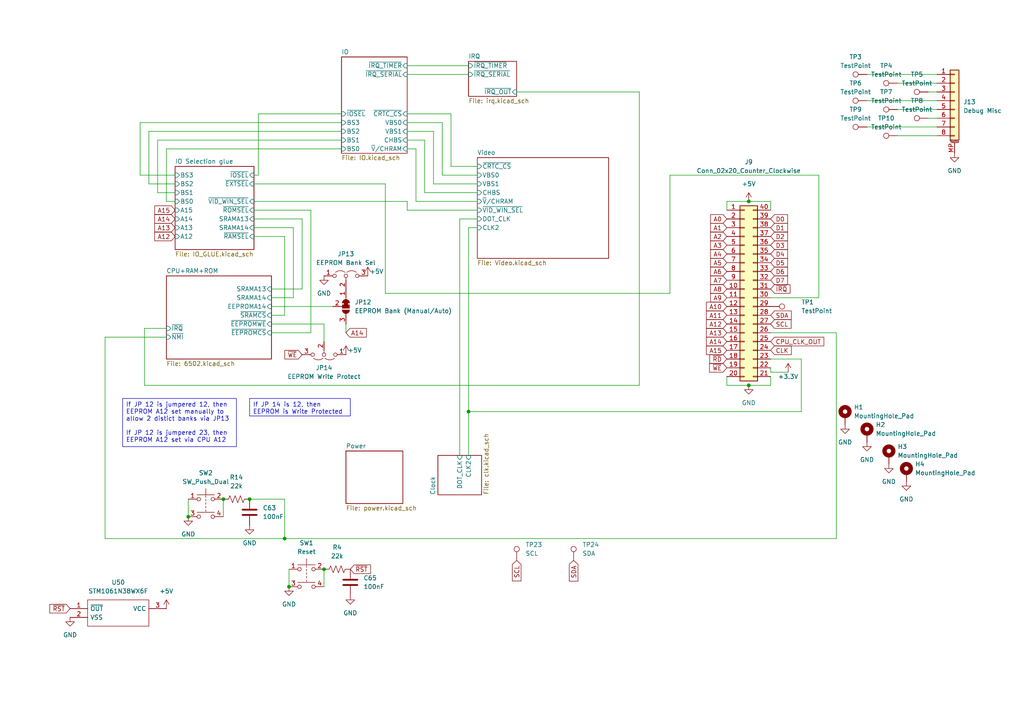
<source format=kicad_sch>
(kicad_sch (version 20230121) (generator eeschema)
  (paper "A4")
  (lib_symbols
    (symbol "Connector:TestPoint" (pin_numbers hide) (pin_names (offset 0.762) hide)
      (property "Reference" "TP" (at 0 6.858 0))
      (property "Value" "TestPoint" (at 0 5.08 0))
      (symbol "TestPoint_0_1"
        (circle (center 0 3.302) (radius 0.762))
      )
      (symbol "TestPoint_1_1"
        (pin passive line (at 0 0 90) (length 2.54) (name "1") (number "1"))
      )
    )
    (symbol "Connector_Generic:Conn_02x20_Counter_Clockwise" (pin_names (offset 1.016) hide)
      (property "Reference" "J" (at 1.27 25.4 0))
      (property "Value" "Conn_02x20_Counter_Clockwise" (at 1.27 -27.94 0))
      (symbol "Conn_02x20_Counter_Clockwise_1_1"
        (rectangle (start -1.27 -25.273) (end 0 -25.527) (stroke (width 0.1524)))
        (rectangle (start -1.27 -22.733) (end 0 -22.987) (stroke (width 0.1524)))
        (rectangle (start -1.27 -20.193) (end 0 -20.447) (stroke (width 0.1524)))
        (rectangle (start -1.27 -17.653) (end 0 -17.907) (stroke (width 0.1524)))
        (rectangle (start -1.27 -15.113) (end 0 -15.367) (stroke (width 0.1524)))
        (rectangle (start -1.27 -12.573) (end 0 -12.827) (stroke (width 0.1524)))
        (rectangle (start -1.27 -10.033) (end 0 -10.287) (stroke (width 0.1524)))
        (rectangle (start -1.27 -7.493) (end 0 -7.747) (stroke (width 0.1524)))
        (rectangle (start -1.27 -4.953) (end 0 -5.207) (stroke (width 0.1524)))
        (rectangle (start -1.27 -2.413) (end 0 -2.667) (stroke (width 0.1524)))
        (rectangle (start -1.27 0.127) (end 0 -0.127) (stroke (width 0.1524)))
        (rectangle (start -1.27 2.667) (end 0 2.413) (stroke (width 0.1524)))
        (rectangle (start -1.27 5.207) (end 0 4.953) (stroke (width 0.1524)))
        (rectangle (start -1.27 7.747) (end 0 7.493) (stroke (width 0.1524)))
        (rectangle (start -1.27 10.287) (end 0 10.033) (stroke (width 0.1524)))
        (rectangle (start -1.27 12.827) (end 0 12.573) (stroke (width 0.1524)))
        (rectangle (start -1.27 15.367) (end 0 15.113) (stroke (width 0.1524)))
        (rectangle (start -1.27 17.907) (end 0 17.653) (stroke (width 0.1524)))
        (rectangle (start -1.27 20.447) (end 0 20.193) (stroke (width 0.1524)))
        (rectangle (start -1.27 22.987) (end 0 22.733) (stroke (width 0.1524)))
        (rectangle (start -1.27 24.13) (end 3.81 -26.67) (stroke (width 0.254)) (fill (type background)))
        (rectangle (start 3.81 -25.273) (end 2.54 -25.527) (stroke (width 0.1524)))
        (rectangle (start 3.81 -22.733) (end 2.54 -22.987) (stroke (width 0.1524)))
        (rectangle (start 3.81 -20.193) (end 2.54 -20.447) (stroke (width 0.1524)))
        (rectangle (start 3.81 -17.653) (end 2.54 -17.907) (stroke (width 0.1524)))
        (rectangle (start 3.81 -15.113) (end 2.54 -15.367) (stroke (width 0.1524)))
        (rectangle (start 3.81 -12.573) (end 2.54 -12.827) (stroke (width 0.1524)))
        (rectangle (start 3.81 -10.033) (end 2.54 -10.287) (stroke (width 0.1524)))
        (rectangle (start 3.81 -7.493) (end 2.54 -7.747) (stroke (width 0.1524)))
        (rectangle (start 3.81 -4.953) (end 2.54 -5.207) (stroke (width 0.1524)))
        (rectangle (start 3.81 -2.413) (end 2.54 -2.667) (stroke (width 0.1524)))
        (rectangle (start 3.81 0.127) (end 2.54 -0.127) (stroke (width 0.1524)))
        (rectangle (start 3.81 2.667) (end 2.54 2.413) (stroke (width 0.1524)))
        (rectangle (start 3.81 5.207) (end 2.54 4.953) (stroke (width 0.1524)))
        (rectangle (start 3.81 7.747) (end 2.54 7.493) (stroke (width 0.1524)))
        (rectangle (start 3.81 10.287) (end 2.54 10.033) (stroke (width 0.1524)))
        (rectangle (start 3.81 12.827) (end 2.54 12.573) (stroke (width 0.1524)))
        (rectangle (start 3.81 15.367) (end 2.54 15.113) (stroke (width 0.1524)))
        (rectangle (start 3.81 17.907) (end 2.54 17.653) (stroke (width 0.1524)))
        (rectangle (start 3.81 20.447) (end 2.54 20.193) (stroke (width 0.1524)))
        (rectangle (start 3.81 22.987) (end 2.54 22.733) (stroke (width 0.1524)))
        (pin passive line (at -5.08 22.86 0) (length 3.81) (name "Pin_1") (number "1"))
        (pin passive line (at -5.08 0 0) (length 3.81) (name "Pin_10") (number "10"))
        (pin passive line (at -5.08 -2.54 0) (length 3.81) (name "Pin_11") (number "11"))
        (pin passive line (at -5.08 -5.08 0) (length 3.81) (name "Pin_12") (number "12"))
        (pin passive line (at -5.08 -7.62 0) (length 3.81) (name "Pin_13") (number "13"))
        (pin passive line (at -5.08 -10.16 0) (length 3.81) (name "Pin_14") (number "14"))
        (pin passive line (at -5.08 -12.7 0) (length 3.81) (name "Pin_15") (number "15"))
        (pin passive line (at -5.08 -15.24 0) (length 3.81) (name "Pin_16") (number "16"))
        (pin passive line (at -5.08 -17.78 0) (length 3.81) (name "Pin_17") (number "17"))
        (pin passive line (at -5.08 -20.32 0) (length 3.81) (name "Pin_18") (number "18"))
        (pin passive line (at -5.08 -22.86 0) (length 3.81) (name "Pin_19") (number "19"))
        (pin passive line (at -5.08 20.32 0) (length 3.81) (name "Pin_2") (number "2"))
        (pin passive line (at -5.08 -25.4 0) (length 3.81) (name "Pin_20") (number "20"))
        (pin passive line (at 7.62 -25.4 180) (length 3.81) (name "Pin_21") (number "21"))
        (pin passive line (at 7.62 -22.86 180) (length 3.81) (name "Pin_22") (number "22"))
        (pin passive line (at 7.62 -20.32 180) (length 3.81) (name "Pin_23") (number "23"))
        (pin passive line (at 7.62 -17.78 180) (length 3.81) (name "Pin_24") (number "24"))
        (pin passive line (at 7.62 -15.24 180) (length 3.81) (name "Pin_25") (number "25"))
        (pin passive line (at 7.62 -12.7 180) (length 3.81) (name "Pin_26") (number "26"))
        (pin passive line (at 7.62 -10.16 180) (length 3.81) (name "Pin_27") (number "27"))
        (pin passive line (at 7.62 -7.62 180) (length 3.81) (name "Pin_28") (number "28"))
        (pin passive line (at 7.62 -5.08 180) (length 3.81) (name "Pin_29") (number "29"))
        (pin passive line (at -5.08 17.78 0) (length 3.81) (name "Pin_3") (number "3"))
        (pin passive line (at 7.62 -2.54 180) (length 3.81) (name "Pin_30") (number "30"))
        (pin passive line (at 7.62 0 180) (length 3.81) (name "Pin_31") (number "31"))
        (pin passive line (at 7.62 2.54 180) (length 3.81) (name "Pin_32") (number "32"))
        (pin passive line (at 7.62 5.08 180) (length 3.81) (name "Pin_33") (number "33"))
        (pin passive line (at 7.62 7.62 180) (length 3.81) (name "Pin_34") (number "34"))
        (pin passive line (at 7.62 10.16 180) (length 3.81) (name "Pin_35") (number "35"))
        (pin passive line (at 7.62 12.7 180) (length 3.81) (name "Pin_36") (number "36"))
        (pin passive line (at 7.62 15.24 180) (length 3.81) (name "Pin_37") (number "37"))
        (pin passive line (at 7.62 17.78 180) (length 3.81) (name "Pin_38") (number "38"))
        (pin passive line (at 7.62 20.32 180) (length 3.81) (name "Pin_39") (number "39"))
        (pin passive line (at -5.08 15.24 0) (length 3.81) (name "Pin_4") (number "4"))
        (pin passive line (at 7.62 22.86 180) (length 3.81) (name "Pin_40") (number "40"))
        (pin passive line (at -5.08 12.7 0) (length 3.81) (name "Pin_5") (number "5"))
        (pin passive line (at -5.08 10.16 0) (length 3.81) (name "Pin_6") (number "6"))
        (pin passive line (at -5.08 7.62 0) (length 3.81) (name "Pin_7") (number "7"))
        (pin passive line (at -5.08 5.08 0) (length 3.81) (name "Pin_8") (number "8"))
        (pin passive line (at -5.08 2.54 0) (length 3.81) (name "Pin_9") (number "9"))
      )
    )
    (symbol "Connector_Generic_MountingPin:Conn_01x08_MountingPin" (pin_names (offset 1.016) hide)
      (property "Reference" "J" (at 0 10.16 0))
      (property "Value" "Conn_01x08_MountingPin" (at 1.27 -12.7 0))
      (symbol "Conn_01x08_MountingPin_1_1"
        (rectangle (start -1.27 -10.033) (end 0 -10.287) (stroke (width 0.1524)))
        (rectangle (start -1.27 -7.493) (end 0 -7.747) (stroke (width 0.1524)))
        (rectangle (start -1.27 -4.953) (end 0 -5.207) (stroke (width 0.1524)))
        (rectangle (start -1.27 -2.413) (end 0 -2.667) (stroke (width 0.1524)))
        (rectangle (start -1.27 0.127) (end 0 -0.127) (stroke (width 0.1524)))
        (rectangle (start -1.27 2.667) (end 0 2.413) (stroke (width 0.1524)))
        (rectangle (start -1.27 5.207) (end 0 4.953) (stroke (width 0.1524)))
        (rectangle (start -1.27 7.747) (end 0 7.493) (stroke (width 0.1524)))
        (rectangle (start -1.27 8.89) (end 1.27 -11.43) (stroke (width 0.254)) (fill (type background)))
        (polyline (pts (xy -1.016 -12.192) (xy 1.016 -12.192)) (stroke (width 0.1524)))
        (text "Mounting" (at 0 -11.811 0) (effects (font (size 0.381 0.381))))
        (pin passive line (at -5.08 7.62 0) (length 3.81) (name "Pin_1") (number "1"))
        (pin passive line (at -5.08 5.08 0) (length 3.81) (name "Pin_2") (number "2"))
        (pin passive line (at -5.08 2.54 0) (length 3.81) (name "Pin_3") (number "3"))
        (pin passive line (at -5.08 0 0) (length 3.81) (name "Pin_4") (number "4"))
        (pin passive line (at -5.08 -2.54 0) (length 3.81) (name "Pin_5") (number "5"))
        (pin passive line (at -5.08 -5.08 0) (length 3.81) (name "Pin_6") (number "6"))
        (pin passive line (at -5.08 -7.62 0) (length 3.81) (name "Pin_7") (number "7"))
        (pin passive line (at -5.08 -10.16 0) (length 3.81) (name "Pin_8") (number "8"))
        (pin passive line (at 0 -15.24 90) (length 3.048) (name "MountPin") (number "MP"))
      )
    )
    (symbol "Device:C" (pin_numbers hide) (pin_names (offset 0.254))
      (property "Reference" "C" (at 0.635 2.54 0))
      (property "Value" "C" (at 0.635 -2.54 0))
      (symbol "C_0_1"
        (polyline (pts (xy -2.032 -0.762) (xy 2.032 -0.762)) (stroke (width 0.508)))
        (polyline (pts (xy -2.032 0.762) (xy 2.032 0.762)) (stroke (width 0.508)))
      )
      (symbol "C_1_1"
        (pin passive line (at 0 3.81 270) (length 2.794) (name "~") (number "1"))
        (pin passive line (at 0 -3.81 90) (length 2.794) (name "~") (number "2"))
      )
    )
    (symbol "Device:R_US" (pin_numbers hide) (pin_names (offset 0))
      (property "Reference" "R" (at 2.54 0 90))
      (property "Value" "R_US" (at -2.54 0 90))
      (symbol "R_US_0_1"
        (polyline (pts (xy 0 -2.286) (xy 0 -2.54)))
        (polyline (pts (xy 0 2.286) (xy 0 2.54)))
        (polyline (pts (xy 0 -0.762) (xy 1.016 -1.143) (xy 0 -1.524) (xy -1.016 -1.905) (xy 0 -2.286)))
        (polyline (pts (xy 0 0.762) (xy 1.016 0.381) (xy 0 0) (xy -1.016 -0.381) (xy 0 -0.762)))
        (polyline (pts (xy 0 2.286) (xy 1.016 1.905) (xy 0 1.524) (xy -1.016 1.143) (xy 0 0.762)))
      )
      (symbol "R_US_1_1"
        (pin passive line (at 0 3.81 270) (length 1.27) (name "~") (number "1"))
        (pin passive line (at 0 -3.81 90) (length 1.27) (name "~") (number "2"))
      )
    )
    (symbol "Jumper:Jumper_3_Open" (pin_names (offset 0) hide)
      (property "Reference" "JP" (at -2.54 -2.54 0))
      (property "Value" "Jumper_3_Open" (at 0 2.794 0))
      (symbol "Jumper_3_Open_0_0"
        (circle (center -3.302 0) (radius 0.508))
        (circle (center 0 0) (radius 0.508))
        (circle (center 3.302 0) (radius 0.508))
      )
      (symbol "Jumper_3_Open_0_1"
        (arc (start -0.254 1.016) (mid -1.651 1.4992) (end -3.048 1.016))
        (polyline (pts (xy 0 -0.508) (xy 0 -1.27)))
        (arc (start 3.048 1.016) (mid 1.651 1.4992) (end 0.254 1.016))
      )
      (symbol "Jumper_3_Open_1_1"
        (pin passive line (at -6.35 0 0) (length 2.54) (name "A") (number "1"))
        (pin passive line (at 0 -3.81 90) (length 2.54) (name "C") (number "2"))
        (pin passive line (at 6.35 0 180) (length 2.54) (name "B") (number "3"))
      )
    )
    (symbol "Jumper:SolderJumper_3_Bridged12" (pin_names (offset 0) hide)
      (property "Reference" "JP" (at -2.54 -2.54 0))
      (property "Value" "SolderJumper_3_Bridged12" (at 0 2.794 0))
      (symbol "SolderJumper_3_Bridged12_0_1"
        (rectangle (start -1.016 0.508) (end -0.508 -0.508) (fill (type outline)))
        (arc (start -1.016 1.016) (mid -2.0276 0) (end -1.016 -1.016))
        (arc (start -1.016 1.016) (mid -2.0276 0) (end -1.016 -1.016) (fill (type outline)))
        (rectangle (start -0.508 1.016) (end 0.508 -1.016) (fill (type outline)))
        (polyline (pts (xy -2.54 0) (xy -2.032 0)))
        (polyline (pts (xy -1.016 1.016) (xy -1.016 -1.016)))
        (polyline (pts (xy 0 -1.27) (xy 0 -1.016)))
        (polyline (pts (xy 1.016 1.016) (xy 1.016 -1.016)))
        (polyline (pts (xy 2.54 0) (xy 2.032 0)))
        (arc (start 1.016 -1.016) (mid 2.0276 0) (end 1.016 1.016))
        (arc (start 1.016 -1.016) (mid 2.0276 0) (end 1.016 1.016) (fill (type outline)))
      )
      (symbol "SolderJumper_3_Bridged12_1_1"
        (pin passive line (at -5.08 0 0) (length 2.54) (name "A") (number "1"))
        (pin passive line (at 0 -3.81 90) (length 2.54) (name "C") (number "2"))
        (pin passive line (at 5.08 0 180) (length 2.54) (name "B") (number "3"))
      )
    )
    (symbol "Mechanical:MountingHole_Pad" (pin_numbers hide) (pin_names (offset 1.016) hide)
      (property "Reference" "H" (at 0 6.35 0))
      (property "Value" "MountingHole_Pad" (at 0 4.445 0))
      (symbol "MountingHole_Pad_0_1"
        (circle (center 0 1.27) (radius 1.27) (stroke (width 1.27)))
      )
      (symbol "MountingHole_Pad_1_1"
        (pin input line (at 0 -2.54 90) (length 2.54) (name "1") (number "1"))
      )
    )
    (symbol "SamacSys_Parts:STM1061N38WX6F" (pin_names (offset 0.762))
      (property "Reference" "IC" (at 24.13 7.62 0))
      (property "Value" "STM1061N38WX6F" (at 24.13 5.08 0))
      (symbol "STM1061N38WX6F_0_0"
        (pin output line (at 0 0 0) (length 5.08) (name "~{OUT}") (number "1"))
        (pin power_in line (at 0 -2.54 0) (length 5.08) (name "VSS") (number "2"))
        (pin power_in line (at 27.94 0 180) (length 5.08) (name "VCC") (number "3"))
      )
      (symbol "STM1061N38WX6F_0_1"
        (polyline (pts (xy 5.08 2.54) (xy 22.86 2.54) (xy 22.86 -5.08) (xy 5.08 -5.08) (xy 5.08 2.54)) (stroke (width 0.1524)))
      )
    )
    (symbol "Switch:SW_Push_Dual" (pin_names (offset 1.016) hide)
      (property "Reference" "SW" (at 1.27 2.54 0))
      (property "Value" "SW_Push_Dual" (at 0 -6.858 0))
      (symbol "SW_Push_Dual_0_1"
        (circle (center -2.032 -5.08) (radius 0.508))
        (circle (center -2.032 0) (radius 0.508))
        (polyline (pts (xy 0 -3.048) (xy 0 -3.556)))
        (polyline (pts (xy 0 -2.032) (xy 0 -2.54)))
        (polyline (pts (xy 0 -1.524) (xy 0 -1.016)))
        (polyline (pts (xy 0 -0.508) (xy 0 0)))
        (polyline (pts (xy 0 0.508) (xy 0 1.016)))
        (polyline (pts (xy 0 1.27) (xy 0 3.048)))
        (polyline (pts (xy 2.54 -3.81) (xy -2.54 -3.81)))
        (polyline (pts (xy 2.54 1.27) (xy -2.54 1.27)))
        (circle (center 2.032 -5.08) (radius 0.508))
        (circle (center 2.032 0) (radius 0.508))
        (pin passive line (at -5.08 0 0) (length 2.54) (name "1") (number "1"))
        (pin passive line (at 5.08 0 180) (length 2.54) (name "2") (number "2"))
        (pin passive line (at -5.08 -5.08 0) (length 2.54) (name "3") (number "3"))
        (pin passive line (at 5.08 -5.08 180) (length 2.54) (name "4") (number "4"))
      )
    )
    (symbol "power:+3.3V" (power) (pin_names (offset 0))
      (property "Value" "+3.3V" (at 0 3.556 0))
      (symbol "+3.3V_0_1"
        (polyline (pts (xy -0.762 1.27) (xy 0 2.54)))
        (polyline (pts (xy 0 0) (xy 0 2.54)))
        (polyline (pts (xy 0 2.54) (xy 0.762 1.27)))
      )
      (symbol "+3.3V_1_1"
        (pin power_in line (at 0 0 90) (length 0) hide (name "+3.3V") (number "1"))
      )
    )
    (symbol "power:+5V" (power) (pin_names (offset 0))
      (property "Value" "+5V" (at 0 3.556 0))
      (symbol "+5V_0_1"
        (polyline (pts (xy -0.762 1.27) (xy 0 2.54)))
        (polyline (pts (xy 0 0) (xy 0 2.54)))
        (polyline (pts (xy 0 2.54) (xy 0.762 1.27)))
      )
      (symbol "+5V_1_1"
        (pin power_in line (at 0 0 90) (length 0) hide (name "+5V") (number "1"))
      )
    )
    (symbol "power:GND" (power) (pin_names (offset 0))
      (property "Value" "GND" (at 0 -3.81 0))
      (symbol "GND_0_1"
        (polyline (pts (xy 0 0) (xy 0 -1.27) (xy 1.27 -1.27) (xy 0 -2.54) (xy -1.27 -1.27) (xy 0 -1.27)))
      )
      (symbol "GND_1_1"
        (pin power_in line (at 0 0 270) (length 0) hide (name "GND") (number "1"))
      )
    )
  )
  (junction (at 82.55 156.21))
  (junction (at 72.39 144.78))
  (junction (at 217.17 58.42))
  (junction (at 93.98 165.1))
  (junction (at 54.61 149.86))
  (junction (at 64.77 144.78))
  (junction (at 135.89 119.38))
  (junction (at 83.82 170.18))
  (junction (at 217.17 111.76))
  (wire (pts (xy 40.64 35.56) (xy 99.06 35.56)))
  (wire (pts (xy 223.52 111.76) (xy 223.52 109.22)))
  (wire (pts (xy 118.11 60.96) (xy 138.43 60.96)))
  (wire (pts (xy 87.63 83.82) (xy 78.74 83.82)))
  (wire (pts (xy 217.17 111.76) (xy 223.52 111.76)))
  (wire (pts (xy 73.66 53.34) (xy 111.76 53.34)))
  (wire (pts (xy 73.66 60.96) (xy 90.17 60.96)))
  (wire (pts (xy 118.11 21.59) (xy 135.89 21.59)))
  (wire (pts (xy 125.73 38.1) (xy 125.73 53.34)))
  (wire (pts (xy 269.24 26.67) (xy 271.78 26.67)))
  (wire (pts (xy 100.33 96.52) (xy 100.33 93.98)))
  (wire (pts (xy 99.06 40.64) (xy 45.72 40.64)))
  (wire (pts (xy 232.41 119.38) (xy 135.89 119.38)))
  (wire (pts (xy 41.91 111.76) (xy 41.91 95.25)))
  (wire (pts (xy 120.65 58.42) (xy 120.65 43.18)))
  (wire (pts (xy 73.66 66.04) (xy 85.09 66.04)))
  (wire (pts (xy 260.35 39.37) (xy 271.78 39.37)))
  (wire (pts (xy 99.06 33.02) (xy 74.93 33.02)))
  (wire (pts (xy 242.57 96.52) (xy 223.52 96.52)))
  (wire (pts (xy 93.98 99.06) (xy 93.98 93.98)))
  (wire (pts (xy 269.24 34.29) (xy 271.78 34.29)))
  (wire (pts (xy 194.31 50.8) (xy 237.49 50.8)))
  (wire (pts (xy 123.19 55.88) (xy 123.19 40.64)))
  (wire (pts (xy 118.11 38.1) (xy 125.73 38.1)))
  (wire (pts (xy 82.55 68.58) (xy 82.55 91.44)))
  (wire (pts (xy 210.82 58.42) (xy 210.82 60.96)))
  (wire (pts (xy 118.11 60.96) (xy 118.11 58.42)))
  (wire (pts (xy 223.52 104.14) (xy 232.41 104.14)))
  (wire (pts (xy 30.48 156.21) (xy 82.55 156.21)))
  (wire (pts (xy 30.48 97.79) (xy 30.48 156.21)))
  (wire (pts (xy 74.93 50.8) (xy 73.66 50.8)))
  (wire (pts (xy 138.43 58.42) (xy 120.65 58.42)))
  (wire (pts (xy 251.46 29.21) (xy 271.78 29.21)))
  (wire (pts (xy 118.11 35.56) (xy 128.27 35.56)))
  (wire (pts (xy 54.61 144.78) (xy 54.61 149.86)))
  (wire (pts (xy 149.86 26.67) (xy 185.42 26.67)))
  (wire (pts (xy 210.82 109.22) (xy 210.82 111.76)))
  (wire (pts (xy 185.42 26.67) (xy 185.42 111.76)))
  (wire (pts (xy 237.49 50.8) (xy 237.49 86.36)))
  (wire (pts (xy 90.17 60.96) (xy 90.17 96.52)))
  (wire (pts (xy 194.31 85.09) (xy 194.31 50.8)))
  (wire (pts (xy 48.26 43.18) (xy 48.26 58.42)))
  (wire (pts (xy 135.89 66.04) (xy 138.43 66.04)))
  (wire (pts (xy 120.65 43.18) (xy 118.11 43.18)))
  (wire (pts (xy 48.26 97.79) (xy 30.48 97.79)))
  (wire (pts (xy 125.73 53.34) (xy 138.43 53.34)))
  (wire (pts (xy 82.55 156.21) (xy 242.57 156.21)))
  (wire (pts (xy 118.11 58.42) (xy 73.66 58.42)))
  (wire (pts (xy 74.93 33.02) (xy 74.93 50.8)))
  (wire (pts (xy 118.11 19.05) (xy 135.89 19.05)))
  (wire (pts (xy 41.91 95.25) (xy 48.26 95.25)))
  (wire (pts (xy 217.17 58.42) (xy 210.82 58.42)))
  (wire (pts (xy 40.64 50.8) (xy 50.8 50.8)))
  (wire (pts (xy 73.66 68.58) (xy 82.55 68.58)))
  (wire (pts (xy 85.09 66.04) (xy 85.09 86.36)))
  (wire (pts (xy 73.66 63.5) (xy 87.63 63.5)))
  (wire (pts (xy 223.52 60.96) (xy 223.52 58.42)))
  (wire (pts (xy 135.89 119.38) (xy 135.89 66.04)))
  (wire (pts (xy 90.17 96.52) (xy 78.74 96.52)))
  (wire (pts (xy 242.57 156.21) (xy 242.57 96.52)))
  (wire (pts (xy 78.74 88.9) (xy 96.52 88.9)))
  (wire (pts (xy 93.98 165.1) (xy 93.98 170.18)))
  (wire (pts (xy 237.49 86.36) (xy 223.52 86.36)))
  (wire (pts (xy 223.52 107.95) (xy 228.6 107.95)))
  (wire (pts (xy 251.46 21.59) (xy 271.78 21.59)))
  (wire (pts (xy 64.77 144.78) (xy 64.77 149.86)))
  (wire (pts (xy 111.76 85.09) (xy 194.31 85.09)))
  (wire (pts (xy 87.63 63.5) (xy 87.63 83.82)))
  (wire (pts (xy 99.06 38.1) (xy 43.18 38.1)))
  (wire (pts (xy 138.43 55.88) (xy 123.19 55.88)))
  (wire (pts (xy 45.72 40.64) (xy 45.72 55.88)))
  (wire (pts (xy 45.72 55.88) (xy 50.8 55.88)))
  (wire (pts (xy 223.52 106.68) (xy 223.52 107.95)))
  (wire (pts (xy 260.35 31.75) (xy 271.78 31.75)))
  (wire (pts (xy 48.26 58.42) (xy 50.8 58.42)))
  (wire (pts (xy 83.82 165.1) (xy 83.82 170.18)))
  (wire (pts (xy 130.81 33.02) (xy 130.81 48.26)))
  (wire (pts (xy 223.52 58.42) (xy 217.17 58.42)))
  (wire (pts (xy 111.76 53.34) (xy 111.76 85.09)))
  (wire (pts (xy 123.19 40.64) (xy 118.11 40.64)))
  (wire (pts (xy 99.06 43.18) (xy 48.26 43.18)))
  (wire (pts (xy 118.11 33.02) (xy 130.81 33.02)))
  (wire (pts (xy 251.46 36.83) (xy 271.78 36.83)))
  (wire (pts (xy 72.39 144.78) (xy 82.55 144.78)))
  (wire (pts (xy 260.35 24.13) (xy 271.78 24.13)))
  (wire (pts (xy 40.64 35.56) (xy 40.64 50.8)))
  (wire (pts (xy 93.98 93.98) (xy 78.74 93.98)))
  (wire (pts (xy 210.82 111.76) (xy 217.17 111.76)))
  (wire (pts (xy 133.35 63.5) (xy 133.35 132.08)))
  (wire (pts (xy 128.27 35.56) (xy 128.27 50.8)))
  (wire (pts (xy 82.55 144.78) (xy 82.55 156.21)))
  (wire (pts (xy 43.18 53.34) (xy 50.8 53.34)))
  (wire (pts (xy 133.35 63.5) (xy 138.43 63.5)))
  (wire (pts (xy 43.18 38.1) (xy 43.18 53.34)))
  (wire (pts (xy 232.41 104.14) (xy 232.41 119.38)))
  (wire (pts (xy 85.09 86.36) (xy 78.74 86.36)))
  (wire (pts (xy 82.55 91.44) (xy 78.74 91.44)))
  (wire (pts (xy 128.27 50.8) (xy 138.43 50.8)))
  (wire (pts (xy 185.42 111.76) (xy 41.91 111.76)))
  (wire (pts (xy 135.89 119.38) (xy 135.89 132.08)))
  (wire (pts (xy 130.81 48.26) (xy 138.43 48.26)))
  (text_box "If JP 14 is 12, then EEPROM is Write Protected" (at 72.39 115.57 0) (size 29.21 5.08) (effects (font (size 1.27 1.27)) (justify left top)))
  (text_box "If JP 12 is jumpered 12, then EEPROM A12 set manually to allow 2 distict banks via JP13\n\nIf JP 12 is jumpered 23, then EEPROM A12 set via CPU A12" (at 35.56 115.57 0) (size 33.02 13.97) (effects (font (size 1.27 1.27)) (justify left top)))
  (global_label "A13" (shape input) (at 210.82 96.52 180) (property "Intersheetrefs" "${INTERSHEET_REFS}" (effects hide)))
  (global_label "A14" (shape input) (at 210.82 99.06 180) (property "Intersheetrefs" "${INTERSHEET_REFS}" (effects hide)))
  (global_label "~{RST}" (shape input) (at 20.32 176.53 180) (property "Intersheetrefs" "${INTERSHEET_REFS}" (effects hide)))
  (global_label "D7" (shape input) (at 223.52 81.28 0) (property "Intersheetrefs" "${INTERSHEET_REFS}" (effects hide)))
  (global_label "~{WE}" (shape input) (at 87.63 102.87 180) (property "Intersheetrefs" "${INTERSHEET_REFS}" (effects hide)))
  (global_label "A12" (shape input) (at 50.8 68.58 180) (property "Intersheetrefs" "${INTERSHEET_REFS}" (effects hide)))
  (global_label "~{WE}" (shape input) (at 210.82 106.68 180) (property "Intersheetrefs" "${INTERSHEET_REFS}" (effects hide)))
  (global_label "SDA" (shape input) (at 223.52 91.44 0) (property "Intersheetrefs" "${INTERSHEET_REFS}" (effects hide)))
  (global_label "A3" (shape input) (at 210.82 71.12 180) (property "Intersheetrefs" "${INTERSHEET_REFS}" (effects hide)))
  (global_label "D3" (shape input) (at 223.52 71.12 0) (property "Intersheetrefs" "${INTERSHEET_REFS}" (effects hide)))
  (global_label "CLK" (shape input) (at 223.52 101.6 0) (property "Intersheetrefs" "${INTERSHEET_REFS}" (effects hide)))
  (global_label "A7" (shape input) (at 210.82 81.28 180) (property "Intersheetrefs" "${INTERSHEET_REFS}" (effects hide)))
  (global_label "A10" (shape input) (at 210.82 88.9 180) (property "Intersheetrefs" "${INTERSHEET_REFS}" (effects hide)))
  (global_label "A4" (shape input) (at 210.82 73.66 180) (property "Intersheetrefs" "${INTERSHEET_REFS}" (effects hide)))
  (global_label "A6" (shape input) (at 210.82 78.74 180) (property "Intersheetrefs" "${INTERSHEET_REFS}" (effects hide)))
  (global_label "CPU_CLK_OUT" (shape input) (at 223.52 99.06 0) (property "Intersheetrefs" "${INTERSHEET_REFS}" (effects hide)))
  (global_label "SCL" (shape input) (at 223.52 93.98 0) (property "Intersheetrefs" "${INTERSHEET_REFS}" (effects hide)))
  (global_label "D1" (shape input) (at 223.52 66.04 0) (property "Intersheetrefs" "${INTERSHEET_REFS}" (effects hide)))
  (global_label "A14" (shape input) (at 50.8 63.5 180) (property "Intersheetrefs" "${INTERSHEET_REFS}" (effects hide)))
  (global_label "~{RST}" (shape input) (at 101.6 165.1 0) (property "Intersheetrefs" "${INTERSHEET_REFS}" (effects hide)))
  (global_label "A15" (shape input) (at 210.82 101.6 180) (property "Intersheetrefs" "${INTERSHEET_REFS}" (effects hide)))
  (global_label "~{RD}" (shape input) (at 210.82 104.14 180) (property "Intersheetrefs" "${INTERSHEET_REFS}" (effects hide)))
  (global_label "A9" (shape input) (at 210.82 86.36 180) (property "Intersheetrefs" "${INTERSHEET_REFS}" (effects hide)))
  (global_label "A13" (shape input) (at 50.8 66.04 180) (property "Intersheetrefs" "${INTERSHEET_REFS}" (effects hide)))
  (global_label "A11" (shape input) (at 210.82 91.44 180) (property "Intersheetrefs" "${INTERSHEET_REFS}" (effects hide)))
  (global_label "D6" (shape input) (at 223.52 78.74 0) (property "Intersheetrefs" "${INTERSHEET_REFS}" (effects hide)))
  (global_label "~{IRQ}" (shape input) (at 223.52 83.82 0) (property "Intersheetrefs" "${INTERSHEET_REFS}" (effects hide)))
  (global_label "A5" (shape input) (at 210.82 76.2 180) (property "Intersheetrefs" "${INTERSHEET_REFS}" (effects hide)))
  (global_label "D4" (shape input) (at 223.52 73.66 0) (property "Intersheetrefs" "${INTERSHEET_REFS}" (effects hide)))
  (global_label "SDA" (shape input) (at 166.37 162.56 270) (property "Intersheetrefs" "${INTERSHEET_REFS}" (effects hide)))
  (global_label "A2" (shape input) (at 210.82 68.58 180) (property "Intersheetrefs" "${INTERSHEET_REFS}" (effects hide)))
  (global_label "A12" (shape input) (at 210.82 93.98 180) (property "Intersheetrefs" "${INTERSHEET_REFS}" (effects hide)))
  (global_label "D0" (shape input) (at 223.52 63.5 0) (property "Intersheetrefs" "${INTERSHEET_REFS}" (effects hide)))
  (global_label "D2" (shape input) (at 223.52 68.58 0) (property "Intersheetrefs" "${INTERSHEET_REFS}" (effects hide)))
  (global_label "A14" (shape input) (at 100.33 96.52 0) (property "Intersheetrefs" "${INTERSHEET_REFS}" (effects hide)))
  (global_label "A1" (shape input) (at 210.82 66.04 180) (property "Intersheetrefs" "${INTERSHEET_REFS}" (effects hide)))
  (global_label "A0" (shape input) (at 210.82 63.5 180) (property "Intersheetrefs" "${INTERSHEET_REFS}" (effects hide)))
  (global_label "A8" (shape input) (at 210.82 83.82 180) (property "Intersheetrefs" "${INTERSHEET_REFS}" (effects hide)))
  (global_label "D5" (shape input) (at 223.52 76.2 0) (property "Intersheetrefs" "${INTERSHEET_REFS}" (effects hide)))
  (global_label "A15" (shape input) (at 50.8 60.96 180) (property "Intersheetrefs" "${INTERSHEET_REFS}" (effects hide)))
  (global_label "SCL" (shape input) (at 149.86 162.56 270) (property "Intersheetrefs" "${INTERSHEET_REFS}" (effects hide)))
  (symbol (lib_id "Mechanical:MountingHole_Pad") (at 245.11 120.65 0) (unit 1)
    (property "Reference" "H1" (at 247.65 118.11 0) (effects (justify left)))
    (property "Value" "MountingHole_Pad" (at 247.65 120.65 0) (effects (justify left)))
    (property "Footprint" "MountingHole:MountingHole_2.7mm_M2.5_DIN965_Pad" (effects hide))
  )
  (symbol (lib_id "Connector:TestPoint") (at 260.35 24.13 90) (unit 1)
    (property "Reference" "TP4" (at 257.048 19.05 90))
    (property "Value" "TestPoint" (at 257.048 21.59 90))
    (property "Footprint" "TestPoint:TestPoint_Pad_D2.5mm" (effects hide))
  )
  (symbol (lib_id "power:GND") (at 217.17 111.76 0) (unit 1)
    (property "Reference" "#PWR0126" (effects hide))
    (property "Value" "GND" (at 217.17 116.84 0))
  )
  (symbol (lib_id "power:+5V") (at 217.17 58.42 0) (unit 1)
    (property "Reference" "#PWR0125" (effects hide))
    (property "Value" "+5V" (at 217.17 53.34 0))
  )
  (symbol (lib_id "power:GND") (at 276.86 44.45 0) (unit 1)
    (property "Reference" "#PWR0231" (effects hide))
    (property "Value" "GND" (at 276.86 49.53 0))
  )
  (symbol (lib_id "Device:R_US") (at 97.79 165.1 270) (unit 1)
    (property "Reference" "R4" (at 97.79 158.75 90))
    (property "Value" "22k" (at 97.79 161.29 90))
    (property "Footprint" "Capacitor_SMD:C_0603_1608Metric_Pad1.08x0.95mm_HandSolder" (effects hide))
  )
  (symbol (lib_id "power:GND") (at 93.98 80.01 0) (unit 1)
    (property "Reference" "#PWR0172" (effects hide))
    (property "Value" "GND" (at 93.98 85.09 0))
  )
  (symbol (lib_id "Connector:TestPoint") (at 269.24 26.67 90) (unit 1)
    (property "Reference" "TP5" (at 265.938 21.59 90))
    (property "Value" "TestPoint" (at 265.938 24.13 90))
    (property "Footprint" "TestPoint:TestPoint_Pad_D2.5mm" (effects hide))
  )
  (symbol (lib_id "power:GND") (at 262.89 139.7 0) (unit 1)
    (property "Reference" "#PWR0171" (effects hide))
    (property "Value" "GND" (at 262.89 144.78 0))
  )
  (symbol (lib_id "Connector:TestPoint") (at 251.46 36.83 90) (unit 1)
    (property "Reference" "TP9" (at 248.158 31.75 90))
    (property "Value" "TestPoint" (at 248.158 34.29 90))
    (property "Footprint" "TestPoint:TestPoint_Pad_D2.5mm" (effects hide))
  )
  (symbol (lib_id "Connector:TestPoint") (at 251.46 21.59 90) (unit 1)
    (property "Reference" "TP3" (at 248.158 16.51 90))
    (property "Value" "TestPoint" (at 248.158 19.05 90))
    (property "Footprint" "TestPoint:TestPoint_Pad_D2.5mm" (effects hide))
  )
  (symbol (lib_id "SamacSys_Parts:STM1061N38WX6F") (at 20.32 176.53 0) (unit 1)
    (property "Reference" "U50" (at 34.29 168.91 0))
    (property "Value" "STM1061N38WX6F" (at 34.29 171.45 0))
    (property "Footprint" "Package_TO_SOT_SMD:SOT-23_Handsoldering" (effects hide))
    (property "Datasheet" "https://datasheet.datasheetarchive.com/originals/distributors/Datasheets-28/DSA-544595.pdf" (effects hide))
    (property "Description" "STM1061N38WX6F, Voltage Detector 3.724V Low Power Voltage Detector 3-Pin SOT-23" (effects hide))
    (property "Height" "1.12" (effects hide))
    (property "Mouser Part Number" "511-STM1061N38WX6F" (effects hide))
    (property "Mouser Price/Stock" "https://www.mouser.co.uk/ProductDetail/STMicroelectronics/STM1061N38WX6F?qs=Cak7mXXNf1WXGaNQl%2FcZIg%3D%3D" (effects hide))
    (property "Manufacturer_Name" "STMicroelectronics" (effects hide))
    (property "Manufacturer_Part_Number" "STM1061N38WX6F" (effects hide))
  )
  (symbol (lib_id "power:GND") (at 83.82 170.18 0) (unit 1)
    (property "Reference" "#PWR0225" (effects hide))
    (property "Value" "GND" (at 83.82 175.26 0))
  )
  (symbol (lib_id "Device:C") (at 72.39 148.59 180) (unit 1)
    (property "Reference" "C63" (at 76.2 147.32 0) (effects (justify right)))
    (property "Value" "100nF" (at 76.2 149.86 0) (effects (justify right)))
    (property "Footprint" "Capacitor_SMD:C_0603_1608Metric_Pad1.08x0.95mm_HandSolder" (effects hide))
  )
  (symbol (lib_id "power:GND") (at 72.39 152.4 0) (unit 1)
    (property "Reference" "#PWR0230" (effects hide))
    (property "Value" "GND" (at 72.39 157.48 0))
  )
  (symbol (lib_id "Connector:TestPoint") (at 166.37 162.56 0) (unit 1)
    (property "Reference" "TP24" (at 168.91 157.988 0) (effects (justify left)))
    (property "Value" "SDA" (at 168.91 160.528 0) (effects (justify left)))
    (property "Footprint" "TestPoint:TestPoint_Pad_D2.5mm" (effects hide))
  )
  (symbol (lib_id "Connector:TestPoint") (at 260.35 39.37 90) (unit 1)
    (property "Reference" "TP10" (at 257.048 34.29 90))
    (property "Value" "TestPoint" (at 257.048 36.83 90))
    (property "Footprint" "TestPoint:TestPoint_Pad_D2.5mm" (effects hide))
  )
  (symbol (lib_id "power:GND") (at 54.61 149.86 0) (unit 1)
    (property "Reference" "#PWR0226" (effects hide))
    (property "Value" "GND" (at 54.61 154.94 0))
  )
  (symbol (lib_id "Connector:TestPoint") (at 251.46 29.21 90) (unit 1)
    (property "Reference" "TP6" (at 248.158 24.13 90))
    (property "Value" "TestPoint" (at 248.158 26.67 90))
    (property "Footprint" "TestPoint:TestPoint_Pad_D2.5mm" (effects hide))
  )
  (symbol (lib_id "Switch:SW_Push_Dual") (at 59.69 144.78 0) (unit 1)
    (property "Reference" "SW2" (at 59.69 137.16 0))
    (property "Value" "SW_Push_Dual" (at 59.69 139.7 0))
    (property "Footprint" "Button_Switch_SMD:SW_SPST_TL3305A" (effects hide))
  )
  (symbol (lib_id "power:+5V") (at 100.33 102.87 0) (unit 1)
    (property "Reference" "#PWR0186" (effects hide))
    (property "Value" "+5V" (at 102.87 101.6 0))
  )
  (symbol (lib_id "Switch:SW_Push_Dual") (at 88.9 165.1 0) (unit 1)
    (property "Reference" "SW1" (at 88.9 157.48 0))
    (property "Value" "Reset" (at 88.9 160.02 0))
    (property "Footprint" "Button_Switch_SMD:SW_SPST_TL3305A" (effects hide))
  )
  (symbol (lib_id "power:GND") (at 245.11 123.19 0) (unit 1)
    (property "Reference" "#PWR0200" (effects hide))
    (property "Value" "GND" (at 245.11 128.27 0))
  )
  (symbol (lib_id "power:GND") (at 101.6 172.72 0) (unit 1)
    (property "Reference" "#PWR0229" (effects hide))
    (property "Value" "GND" (at 101.6 177.8 0))
  )
  (symbol (lib_id "Jumper:Jumper_3_Open") (at 100.33 80.01 0) (unit 1)
    (property "Reference" "JP13" (at 100.33 73.66 0))
    (property "Value" "EEPROM Bank Sel" (at 100.33 76.2 0))
    (property "Footprint" "Connector_PinSocket_2.54mm:PinSocket_1x03_P2.54mm_Vertical" (effects hide))
  )
  (symbol (lib_id "Mechanical:MountingHole_Pad") (at 251.46 125.73 0) (unit 1)
    (property "Reference" "H2" (at 254 123.19 0) (effects (justify left)))
    (property "Value" "MountingHole_Pad" (at 254 125.73 0) (effects (justify left)))
    (property "Footprint" "MountingHole:MountingHole_2.7mm_M2.5_DIN965_Pad" (effects hide))
  )
  (symbol (lib_id "power:+5V") (at 48.26 176.53 0) (unit 1)
    (property "Reference" "#PWR0203" (effects hide))
    (property "Value" "+5V" (at 48.26 171.45 0))
  )
  (symbol (lib_id "Connector:TestPoint") (at 269.24 34.29 90) (unit 1)
    (property "Reference" "TP8" (at 265.938 29.21 90))
    (property "Value" "TestPoint" (at 265.938 31.75 90))
    (property "Footprint" "TestPoint:TestPoint_Pad_D2.5mm" (effects hide))
  )
  (symbol (lib_id "Device:R_US") (at 68.58 144.78 270) (unit 1)
    (property "Reference" "R14" (at 68.58 138.43 90))
    (property "Value" "22k" (at 68.58 140.97 90))
    (property "Footprint" "Capacitor_SMD:C_0603_1608Metric_Pad1.08x0.95mm_HandSolder" (effects hide))
  )
  (symbol (lib_id "Mechanical:MountingHole_Pad") (at 257.81 132.08 0) (unit 1)
    (property "Reference" "H3" (at 260.35 129.54 0) (effects (justify left)))
    (property "Value" "MountingHole_Pad" (at 260.35 132.08 0) (effects (justify left)))
    (property "Footprint" "MountingHole:MountingHole_2.7mm_M2.5_DIN965_Pad" (effects hide))
  )
  (symbol (lib_id "power:+5V") (at 106.68 80.01 0) (unit 1)
    (property "Reference" "#PWR0173" (effects hide))
    (property "Value" "+5V" (at 109.22 78.74 0))
  )
  (symbol (lib_id "Jumper:Jumper_3_Open") (at 93.98 102.87 180) (unit 1)
    (property "Reference" "JP14" (at 93.98 106.68 0))
    (property "Value" "EEPROM Write Protect" (at 93.98 109.22 0))
    (property "Footprint" "Connector_PinSocket_2.54mm:PinSocket_1x03_P2.54mm_Vertical" (effects hide))
  )
  (symbol (lib_id "Jumper:SolderJumper_3_Bridged12") (at 100.33 88.9 270) (unit 1)
    (property "Reference" "JP12" (at 102.87 87.63 90) (effects (justify left)))
    (property "Value" "EEPROM Bank (Manual/Auto)" (at 102.87 90.17 90) (effects (justify left)))
    (property "Footprint" "Jumper:SolderJumper-3_P1.3mm_Bridged12_RoundedPad1.0x1.5mm_NumberLabels" (effects hide))
  )
  (symbol (lib_id "Device:C") (at 101.6 168.91 180) (unit 1)
    (property "Reference" "C65" (at 105.41 167.64 0) (effects (justify right)))
    (property "Value" "100nF" (at 105.41 170.18 0) (effects (justify right)))
    (property "Footprint" "Capacitor_SMD:C_0603_1608Metric_Pad1.08x0.95mm_HandSolder" (effects hide))
  )
  (symbol (lib_id "power:GND") (at 251.46 128.27 0) (unit 1)
    (property "Reference" "#PWR0199" (effects hide))
    (property "Value" "GND" (at 251.46 133.35 0))
  )
  (symbol (lib_id "power:+3.3V") (at 228.6 107.95 0) (unit 1)
    (property "Reference" "#PWR0216" (effects hide))
    (property "Value" "+3.3V" (at 228.6 109.22 0))
  )
  (symbol (lib_id "Mechanical:MountingHole_Pad") (at 262.89 137.16 0) (unit 1)
    (property "Reference" "H4" (at 265.43 134.62 0) (effects (justify left)))
    (property "Value" "MountingHole_Pad" (at 265.43 137.16 0) (effects (justify left)))
    (property "Footprint" "MountingHole:MountingHole_2.7mm_M2.5_DIN965_Pad" (effects hide))
  )
  (symbol (lib_id "Connector:TestPoint") (at 260.35 31.75 90) (unit 1)
    (property "Reference" "TP7" (at 257.048 26.67 90))
    (property "Value" "TestPoint" (at 257.048 29.21 90))
    (property "Footprint" "TestPoint:TestPoint_Pad_D2.5mm" (effects hide))
  )
  (symbol (lib_id "Connector:TestPoint") (at 149.86 162.56 0) (unit 1)
    (property "Reference" "TP23" (at 152.4 157.988 0) (effects (justify left)))
    (property "Value" "SCL" (at 152.4 160.528 0) (effects (justify left)))
    (property "Footprint" "TestPoint:TestPoint_Pad_D2.5mm" (effects hide))
  )
  (symbol (lib_id "power:GND") (at 257.81 134.62 0) (unit 1)
    (property "Reference" "#PWR0198" (effects hide))
    (property "Value" "GND" (at 257.81 139.7 0))
  )
  (symbol (lib_id "Connector_Generic_MountingPin:Conn_01x08_MountingPin") (at 276.86 29.21 0) (unit 1)
    (property "Reference" "J13" (at 279.4 29.5656 0) (effects (justify left)))
    (property "Value" "Debug Misc" (at 279.4 32.1056 0) (effects (justify left)))
    (property "Footprint" "Connector_JST:JST_SH_BM08B-SRSS-TB_1x08-1MP_P1.00mm_Vertical" (effects hide))
  )
  (symbol (lib_id "Connector_Generic:Conn_02x20_Counter_Clockwise") (at 215.9 83.82 0) (unit 1)
    (property "Reference" "J9" (at 217.17 46.99 0))
    (property "Value" "Conn_02x20_Counter_Clockwise" (at 217.17 49.53 0))
    (property "Footprint" "Connector_PinSocket_2.54mm:PinSocket_2x20_P2.54mm_Vertical" (effects hide))
  )
  (symbol (lib_id "Connector:TestPoint") (at 223.52 88.9 270) (unit 1)
    (property "Reference" "TP1" (at 232.41 87.63 90) (effects (justify left)))
    (property "Value" "TestPoint" (at 232.41 90.17 90) (effects (justify left)))
    (property "Footprint" "TestPoint:TestPoint_Pad_D2.5mm" (effects hide))
  )
  (symbol (lib_id "power:GND") (at 20.32 179.07 0) (unit 1)
    (property "Reference" "#PWR0202" (effects hide))
    (property "Value" "GND" (at 20.32 184.15 0))
  )
  (sheet (at 100.33 130.81) (size 16.51 15.24) (stroke (width 0.1524))
    (property "Sheetname" "Power" (at 100.33 130.0984 0) (effects (justify left bottom)))
    (property "Sheetfile" "power.kicad_sch" (at 100.33 146.6346 0) (effects (justify left top)))
  )
  (sheet (at 48.26 80.01) (size 30.48 24.13) (stroke (width 0.1524))
    (property "Sheetname" "CPU+RAM+ROM" (at 48.26 79.2984 0) (effects (justify left bottom)))
    (property "Sheetfile" "6502.kicad_sch" (at 48.26 104.7246 0) (effects (justify left top)))
    (pin "SRAMA13" input (at 78.74 83.82 0))
    (pin "SRAMA14" input (at 78.74 86.36 0))
    (pin "EEPROMA14" input (at 78.74 88.9 0))
    (pin "~{SRAMCS}" input (at 78.74 91.44 0))
    (pin "~{EEPROMWE}" input (at 78.74 93.98 0))
    (pin "~{EEPROMCS}" input (at 78.74 96.52 0))
    (pin "~{IRQ}" input (at 48.26 95.25 180))
    (pin "~{NMI}" input (at 48.26 97.79 180))
  )
  (sheet (at 138.43 45.72) (size 38.1 29.21) (stroke (width 0.1524))
    (property "Sheetname" "Video" (at 138.43 45.0084 0) (effects (justify left bottom)))
    (property "Sheetfile" "Video.kicad_sch" (at 138.43 75.5146 0) (effects (justify left top)))
    (pin "~{CRTC_CS}" input (at 138.43 48.26 180))
    (pin "VBS0" input (at 138.43 50.8 180))
    (pin "~{VID_WIN_SEL}" input (at 138.43 60.96 180))
    (pin "~{V}{slash}CHRAM" input (at 138.43 58.42 180))
    (pin "VBS1" input (at 138.43 53.34 180))
    (pin "CHBS" input (at 138.43 55.88 180))
    (pin "DOT_CLK" input (at 138.43 63.5 180))
    (pin "CLK2" input (at 138.43 66.04 180))
  )
  (sheet (at 50.8 48.26) (size 22.86 24.13) (stroke (width 0.1524))
    (property "Sheetname" "IO Selection glue" (at 50.8 47.5484 0) (effects (justify left bottom)))
    (property "Sheetfile" "IO_GLUE.kicad_sch" (at 50.8 72.9746 0) (effects (justify left top)))
    (pin "~{IOSEL}" input (at 73.66 50.8 0))
    (pin "~{EXTSEL}" input (at 73.66 53.34 0))
    (pin "~{ROMSEL}" input (at 73.66 60.96 0))
    (pin "BS3" input (at 50.8 50.8 180))
    (pin "A12" input (at 50.8 68.58 180))
    (pin "A15" input (at 50.8 60.96 180))
    (pin "A14" input (at 50.8 63.5 180))
    (pin "A13" input (at 50.8 66.04 180))
    (pin "BS2" input (at 50.8 53.34 180))
    (pin "BS0" input (at 50.8 58.42 180))
    (pin "BS1" input (at 50.8 55.88 180))
    (pin "SRAMA13" input (at 73.66 63.5 0))
    (pin "SRAMA14" input (at 73.66 66.04 0))
    (pin "~{RAMSEL}" input (at 73.66 68.58 0))
    (pin "~{VID_WIN_SEL}" input (at 73.66 58.42 0))
  )
  (sheet (at 135.89 17.78) (size 13.97 10.16) (stroke (width 0.1524))
    (property "Sheetname" "IRQ" (at 135.89 17.0684 0) (effects (justify left bottom)))
    (property "Sheetfile" "irq.kicad_sch" (at 135.89 28.5246 0) (effects (justify left top)))
    (pin "~{IRQ_SERIAL}" input (at 135.89 21.59 180))
    (pin "~{IRQ_TIMER}" input (at 135.89 19.05 180))
    (pin "~{IRQ_OUT}" input (at 149.86 26.67 0))
  )
  (sheet (at 127 132.08) (size 12.7 11.43) (stroke (width 0.1524))
    (property "Sheetname" "Clock" (at 126.2884 143.51 90) (effects (justify left bottom)))
    (property "Sheetfile" "clk.kicad_sch" (at 140.2846 143.51 90) (effects (justify left top)))
    (pin "CLK2" input (at 135.89 132.08 90))
    (pin "DOT_CLK" input (at 133.35 132.08 90))
  )
  (sheet (at 99.06 16.51) (size 19.05 27.94) (stroke (width 0.1524))
    (property "Sheetname" "IO" (at 99.06 15.7984 0) (effects (justify left bottom)))
    (property "Sheetfile" "IO.kicad_sch" (at 99.06 45.0346 0) (effects (justify left top)))
    (pin "~{IOSEL}" input (at 99.06 33.02 180))
    (pin "BS3" input (at 99.06 35.56 180))
    (pin "BS1" input (at 99.06 40.64 180))
    (pin "BS2" input (at 99.06 38.1 180))
    (pin "BS0" input (at 99.06 43.18 180))
    (pin "~{V}{slash}CHRAM" input (at 118.11 43.18 0))
    (pin "VBS0" input (at 118.11 35.56 0))
    (pin "~{IRQ_TIMER}" input (at 118.11 19.05 0))
    (pin "~{IRQ_SERIAL}" input (at 118.11 21.59 0))
    (pin "~{CRTC_CS}" input (at 118.11 33.02 0))
    (pin "VBS1" input (at 118.11 38.1 0))
    (pin "CHBS" input (at 118.11 40.64 0))
  )
)
</source>
